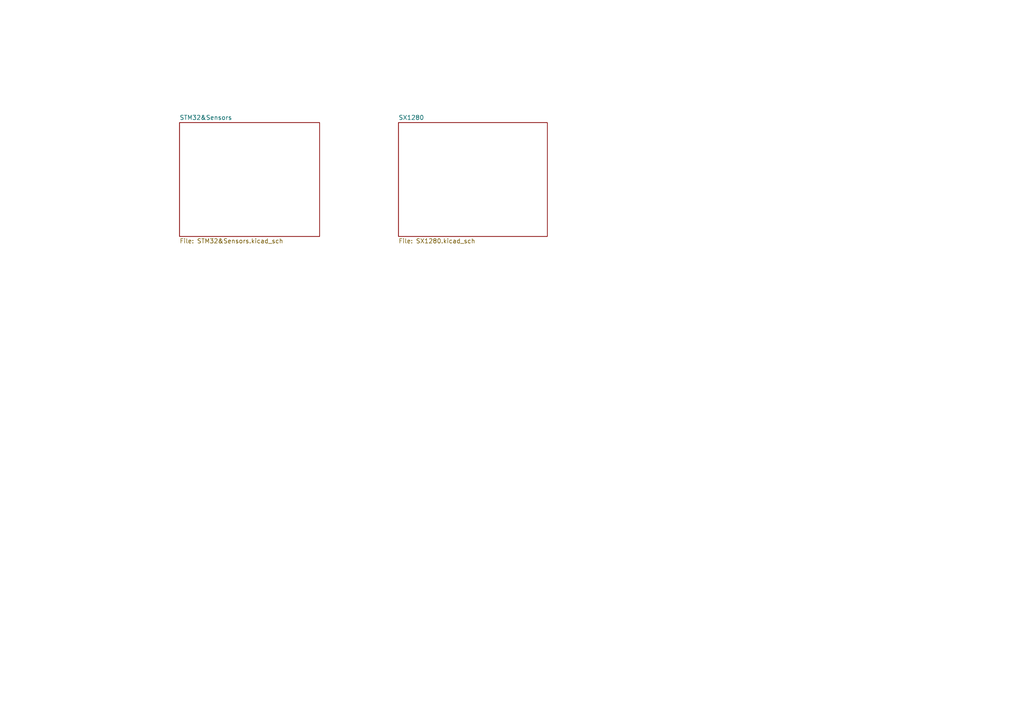
<source format=kicad_sch>
(kicad_sch (version 20211123) (generator eeschema)
  (paper "A4")
  (title_block (title "Sensor node") (date "2024-07-07") (rev "2.1") (company "KU Leuven") (comment 1 "DRAMCO") (comment 2 "Sarah Goossens"))
  (lib_symbols)
  (sheet (at 52.07 35.56) (size 40.64 33.02)
    (property "Sheet name" "STM32&Sensors" (at 52.07 34.8484 0) (effects (justify left bottom)))
    (property "Sheet file" "STM32&Sensors.kicad_sch" (at 52.07 69.1646 0) (effects (justify left top)))
  )
  (sheet (at 115.57 35.56) (size 43.18 33.02)
    (property "Sheet name" "SX1280" (at 115.57 34.8484 0) (effects (justify left bottom)))
    (property "Sheet file" "SX1280.kicad_sch" (at 115.57 69.1646 0) (effects (justify left top)))
  )
)
</source>
